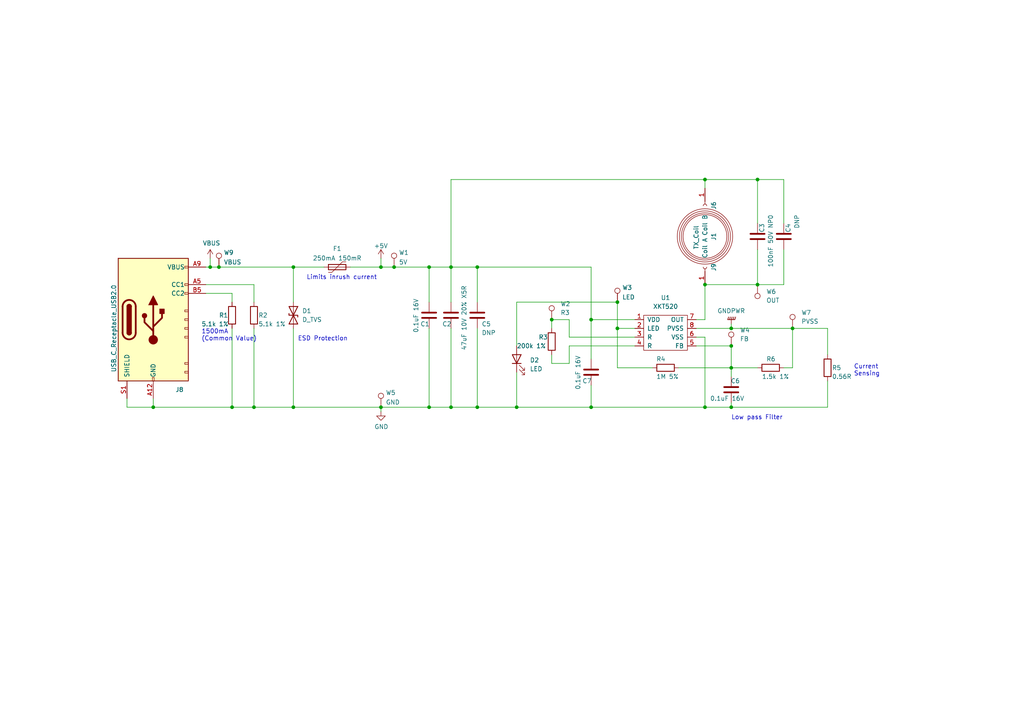
<source format=kicad_sch>
(kicad_sch (version 20211123) (generator eeschema)
  (paper "A4")
  (lib_symbols
    (symbol "Connector:Conn_01x01_Female" (pin_names (offset 1.016) hide)
      (property "Reference" "J" (at 0 2.54 0))
      (property "Value" "Conn_01x01_Female" (at 0 -2.54 0))
      (symbol "Conn_01x01_Female_1_1"
        (polyline (pts (xy -1.27 0) (xy -0.508 0)) (stroke (width 0.1524)))
        (arc (start 0 0.508) (mid -0.508 0) (end 0 -0.508) (stroke (width 0.1524)))
        (pin passive line (at -5.08 0 0) (length 3.81) (name "Pin_1") (number "1"))
      )
    )
    (symbol "Device:C" (pin_numbers hide) (pin_names (offset 0.254))
      (property "Reference" "C" (at 0.635 2.54 0))
      (property "Value" "C" (at 0.635 -2.54 0))
      (symbol "C_0_1"
        (polyline (pts (xy -2.032 -0.762) (xy 2.032 -0.762)) (stroke (width 0.508)))
        (polyline (pts (xy -2.032 0.762) (xy 2.032 0.762)) (stroke (width 0.508)))
      )
      (symbol "C_1_1"
        (pin passive line (at 0 3.81 270) (length 2.794) (name "~") (number "1"))
        (pin passive line (at 0 -3.81 90) (length 2.794) (name "~") (number "2"))
      )
    )
    (symbol "Device:D_TVS" (pin_numbers hide) (pin_names (offset 1.016) hide)
      (property "Reference" "D" (at 0 2.54 0))
      (property "Value" "D_TVS" (at 0 -2.54 0))
      (symbol "D_TVS_0_1"
        (polyline (pts (xy 1.27 0) (xy -1.27 0)))
        (polyline (pts (xy 0.508 1.27) (xy 0 1.27) (xy 0 -1.27) (xy -0.508 -1.27)) (stroke (width 0.254)))
        (polyline (pts (xy -2.54 1.27) (xy -2.54 -1.27) (xy 2.54 1.27) (xy 2.54 -1.27) (xy -2.54 1.27)) (stroke (width 0.254)))
      )
      (symbol "D_TVS_1_1"
        (pin passive line (at -3.81 0 0) (length 2.54) (name "A1") (number "1"))
        (pin passive line (at 3.81 0 180) (length 2.54) (name "A2") (number "2"))
      )
    )
    (symbol "Device:LED" (pin_numbers hide) (pin_names (offset 1.016) hide)
      (property "Reference" "D" (at 0 2.54 0))
      (property "Value" "LED" (at 0 -2.54 0))
      (symbol "LED_0_1"
        (polyline (pts (xy -1.27 -1.27) (xy -1.27 1.27)) (stroke (width 0.254)))
        (polyline (pts (xy -1.27 0) (xy 1.27 0)))
        (polyline (pts (xy 1.27 -1.27) (xy 1.27 1.27) (xy -1.27 0) (xy 1.27 -1.27)) (stroke (width 0.254)))
        (polyline (pts (xy -3.048 -0.762) (xy -4.572 -2.286) (xy -3.81 -2.286) (xy -4.572 -2.286) (xy -4.572 -1.524)))
        (polyline (pts (xy -1.778 -0.762) (xy -3.302 -2.286) (xy -2.54 -2.286) (xy -3.302 -2.286) (xy -3.302 -1.524)))
      )
      (symbol "LED_1_1"
        (pin passive line (at -3.81 0 0) (length 2.54) (name "K") (number "1"))
        (pin passive line (at 3.81 0 180) (length 2.54) (name "A") (number "2"))
      )
    )
    (symbol "Device:Polyfuse" (pin_numbers hide) (pin_names (offset 0))
      (property "Reference" "F" (at -2.54 0 90))
      (property "Value" "Polyfuse" (at 2.54 0 90))
      (symbol "Polyfuse_0_1"
        (rectangle (start -0.762 2.54) (end 0.762 -2.54) (stroke (width 0.254)))
        (polyline (pts (xy 0 2.54) (xy 0 -2.54)))
        (polyline (pts (xy -1.524 2.54) (xy -1.524 1.524) (xy 1.524 -1.524) (xy 1.524 -2.54)))
      )
      (symbol "Polyfuse_1_1"
        (pin passive line (at 0 3.81 270) (length 1.27) (name "~") (number "1"))
        (pin passive line (at 0 -3.81 90) (length 1.27) (name "~") (number "2"))
      )
    )
    (symbol "Device:R" (pin_numbers hide) (pin_names (offset 0))
      (property "Reference" "R" (at 2.032 0 90))
      (property "Value" "R" (at 0 0 90))
      (symbol "R_0_1"
        (rectangle (start -1.016 -2.54) (end 1.016 2.54) (stroke (width 0.254)))
      )
      (symbol "R_1_1"
        (pin passive line (at 0 3.81 270) (length 1.27) (name "~") (number "1"))
        (pin passive line (at 0 -3.81 90) (length 1.27) (name "~") (number "2"))
      )
    )
    (symbol "Pixels-dice:TEST_1P-conn" (pin_numbers hide) (pin_names (offset 0.762) hide)
      (property "Reference" "W" (at 0 6.858 0))
      (property "Value" "TEST_1P-conn" (at 0 5.08 0))
      (symbol "TEST_1P-conn_0_1"
        (circle (center 0 3.302) (radius 0.762))
      )
      (symbol "TEST_1P-conn_1_1"
        (pin passive line (at 0 0 90) (length 2.54) (name "1") (number "1"))
      )
    )
    (symbol "Pixels-dice:TX_Coil"
      (property "Reference" "J" (at 0 10.16 0))
      (property "Value" "TX_Coil" (at 0 -10.16 0))
      (symbol "TX_Coil_0_1"
        (circle (center 0 0) (radius 6.35))
        (circle (center 0 0) (radius 6.8392))
        (circle (center 0 0) (radius 7.4053))
        (circle (center 0 0) (radius 8.0322))
      )
    )
    (symbol "Pixels-dice:USB_C_Receptacle_USB2.0" (pin_names (offset 1.016))
      (property "Reference" "J" (at -10.16 19.05 0))
      (property "Value" "USB_C_Receptacle_USB2.0" (at 19.05 19.05 0))
      (symbol "USB_C_Receptacle_USB2.0_0_0"
        (rectangle (start -0.254 -17.78) (end 0.254 -16.764))
        (rectangle (start 10.16 -14.986) (end 9.144 -15.494))
        (rectangle (start 10.16 -12.446) (end 9.144 -12.954))
        (rectangle (start 10.16 -4.826) (end 9.144 -5.334))
        (rectangle (start 10.16 -2.286) (end 9.144 -2.794))
        (rectangle (start 10.16 0.254) (end 9.144 -0.254))
        (rectangle (start 10.16 2.794) (end 9.144 2.286))
        (rectangle (start 10.16 7.874) (end 9.144 7.366))
        (rectangle (start 10.16 10.414) (end 9.144 9.906))
        (rectangle (start 10.16 15.494) (end 9.144 14.986))
      )
      (symbol "USB_C_Receptacle_USB2.0_0_1"
        (rectangle (start -10.16 17.78) (end 10.16 -17.78) (stroke (width 0.254)) (fill (type background)))
        (arc (start -8.89 -3.81) (mid -6.985 -5.715) (end -5.08 -3.81) (stroke (width 0.508)))
        (arc (start -7.62 -3.81) (mid -6.985 -4.445) (end -6.35 -3.81) (stroke (width 0.254)))
        (arc (start -7.62 -3.81) (mid -6.985 -4.445) (end -6.35 -3.81) (stroke (width 0.254)) (fill (type outline)))
        (rectangle (start -7.62 -3.81) (end -6.35 3.81) (stroke (width 0.254)) (fill (type outline)))
        (arc (start -6.35 3.81) (mid -6.985 4.445) (end -7.62 3.81) (stroke (width 0.254)))
        (arc (start -6.35 3.81) (mid -6.985 4.445) (end -7.62 3.81) (stroke (width 0.254)) (fill (type outline)))
        (arc (start -5.08 3.81) (mid -6.985 5.715) (end -8.89 3.81) (stroke (width 0.508)))
        (circle (center -2.54 1.143) (radius 0.635) (stroke (width 0.254)) (fill (type outline)))
        (circle (center 0 -5.842) (radius 1.27) (fill (type outline)))
        (polyline (pts (xy -8.89 -3.81) (xy -8.89 3.81)) (stroke (width 0.508)))
        (polyline (pts (xy -5.08 3.81) (xy -5.08 -3.81)) (stroke (width 0.508)))
        (polyline (pts (xy 0 -5.842) (xy 0 4.318)) (stroke (width 0.508)))
        (polyline (pts (xy 0 -3.302) (xy -2.54 -0.762) (xy -2.54 0.508)) (stroke (width 0.508)))
        (polyline (pts (xy 0 -2.032) (xy 2.54 0.508) (xy 2.54 1.778)) (stroke (width 0.508)))
        (polyline (pts (xy -1.27 4.318) (xy 0 6.858) (xy 1.27 4.318) (xy -1.27 4.318)) (stroke (width 0.254)) (fill (type outline)))
        (rectangle (start 1.905 1.778) (end 3.175 3.048) (stroke (width 0.254)) (fill (type outline)))
      )
      (symbol "USB_C_Receptacle_USB2.0_1_1"
        (pin passive line (at 0 -22.86 90) (length 5.08) (name "GND") (number "A12"))
        (pin bidirectional line (at 15.24 10.16 180) (length 5.08) (name "CC1") (number "A5"))
        (pin passive line (at 15.24 15.24 180) (length 5.08) (name "VBUS") (number "A9"))
        (pin passive line (at 0 -22.86 90) (length 5.08) hide (name "GND") (number "B12"))
        (pin bidirectional line (at 15.24 7.62 180) (length 5.08) (name "CC2") (number "B5"))
        (pin passive line (at 15.24 15.24 180) (length 5.08) hide (name "VBUS") (number "B9"))
        (pin passive line (at -7.62 -22.86 90) (length 5.08) (name "SHIELD") (number "S1"))
      )
    )
    (symbol "Pixels-dice:XKT520" (pin_names (offset 1.016))
      (property "Reference" "U" (at 0 6.35 0))
      (property "Value" "XKT520" (at 0 -6.35 0))
      (symbol "XKT520_0_1"
        (rectangle (start -6.35 5.08) (end 6.35 -5.08))
      )
      (symbol "XKT520_1_1"
        (pin power_in line (at -8.89 3.81 0) (length 2.54) (name "VDD") (number "1"))
        (pin output line (at -8.89 1.27 0) (length 2.54) (name "LED") (number "2"))
        (pin passive line (at -8.89 -1.27 0) (length 2.54) (name "R") (number "3"))
        (pin passive line (at -8.89 -3.81 0) (length 2.54) (name "R") (number "4"))
        (pin input line (at 8.89 -3.81 180) (length 2.54) (name "FB") (number "5"))
        (pin power_in line (at 8.89 -1.27 180) (length 2.54) (name "VSS") (number "6"))
        (pin output line (at 8.89 3.81 180) (length 2.54) (name "OUT") (number "7"))
        (pin output line (at 8.89 1.27 180) (length 2.54) (name "PVSS") (number "8"))
      )
    )
    (symbol "power:+5V" (power) (pin_names (offset 0))
      (property "Value" "+5V" (at 0 3.556 0))
      (symbol "+5V_0_1"
        (polyline (pts (xy -0.762 1.27) (xy 0 2.54)))
        (polyline (pts (xy 0 0) (xy 0 2.54)))
        (polyline (pts (xy 0 2.54) (xy 0.762 1.27)))
      )
      (symbol "+5V_1_1"
        (pin power_in line (at 0 0 90) (length 0) hide (name "+5V") (number "1"))
      )
    )
    (symbol "power:GND" (power) (pin_names (offset 0))
      (property "Value" "GND" (at 0 -3.81 0))
      (symbol "GND_0_1"
        (polyline (pts (xy 0 0) (xy 0 -1.27) (xy 1.27 -1.27) (xy 0 -2.54) (xy -1.27 -1.27) (xy 0 -1.27)))
      )
      (symbol "GND_1_1"
        (pin power_in line (at 0 0 270) (length 0) hide (name "GND") (number "1"))
      )
    )
    (symbol "power:GNDPWR" (power) (pin_names (offset 0))
      (property "Value" "GNDPWR" (at 0 -3.302 0))
      (symbol "GNDPWR_0_1"
        (polyline (pts (xy 0 -1.27) (xy 0 0)))
        (polyline (pts (xy -1.016 -1.27) (xy -1.27 -2.032) (xy -1.27 -2.032)) (stroke (width 0.2032)))
        (polyline (pts (xy -0.508 -1.27) (xy -0.762 -2.032) (xy -0.762 -2.032)) (stroke (width 0.2032)))
        (polyline (pts (xy 0 -1.27) (xy -0.254 -2.032) (xy -0.254 -2.032)) (stroke (width 0.2032)))
        (polyline (pts (xy 0.508 -1.27) (xy 0.254 -2.032) (xy 0.254 -2.032)) (stroke (width 0.2032)))
        (polyline (pts (xy 1.016 -1.27) (xy -1.016 -1.27) (xy -1.016 -1.27)) (stroke (width 0.2032)))
        (polyline (pts (xy 1.016 -1.27) (xy 0.762 -2.032) (xy 0.762 -2.032) (xy 0.762 -2.032)) (stroke (width 0.2032)))
      )
      (symbol "GNDPWR_1_1"
        (pin power_in line (at 0 0 270) (length 0) hide (name "GNDPWR") (number "1"))
      )
    )
    (symbol "power:VBUS" (power) (pin_names (offset 0))
      (property "Value" "VBUS" (at 0 3.81 0))
      (symbol "VBUS_0_1"
        (polyline (pts (xy -0.762 1.27) (xy 0 2.54)))
        (polyline (pts (xy 0 0) (xy 0 2.54)))
        (polyline (pts (xy 0 2.54) (xy 0.762 1.27)))
      )
      (symbol "VBUS_1_1"
        (pin power_in line (at 0 0 90) (length 0) hide (name "VBUS") (number "1"))
      )
    )
  )
  (junction (at 171.45 92.71))
  (junction (at 204.47 52.07))
  (junction (at 110.49 77.47))
  (junction (at 171.45 118.11))
  (junction (at 130.81 77.47))
  (junction (at 212.09 100.33))
  (junction (at 138.43 77.47))
  (junction (at 219.71 82.55))
  (junction (at 130.81 118.11))
  (junction (at 110.49 118.11))
  (junction (at 124.46 118.11))
  (junction (at 44.45 118.11))
  (junction (at 73.66 118.11))
  (junction (at 67.31 118.11))
  (junction (at 212.09 106.68))
  (junction (at 149.86 118.11))
  (junction (at 85.09 118.11))
  (junction (at 60.96 77.47))
  (junction (at 219.71 52.07))
  (junction (at 114.3 77.47))
  (junction (at 63.5 77.47))
  (junction (at 138.43 118.11))
  (junction (at 212.09 118.11))
  (junction (at 204.47 82.55))
  (junction (at 124.46 77.47))
  (junction (at 229.87 95.25))
  (junction (at 179.07 95.25))
  (junction (at 212.09 95.25))
  (junction (at 179.07 87.63))
  (junction (at 204.47 118.11))
  (junction (at 85.09 77.47))
  (junction (at 160.02 92.71))
  (wire (pts (xy 165.1 92.71) (xy 160.02 92.71)))
  (wire (pts (xy 227.33 106.68) (xy 229.87 106.68)))
  (wire (pts (xy 212.09 93.98) (xy 212.09 95.25)))
  (wire (pts (xy 165.1 105.41) (xy 160.02 105.41)))
  (wire (pts (xy 204.47 54.61) (xy 204.47 52.07)))
  (wire (pts (xy 219.71 82.55) (xy 204.47 82.55)))
  (wire (pts (xy 212.09 106.68) (xy 212.09 109.22)))
  (wire (pts (xy 179.07 106.68) (xy 189.23 106.68)))
  (wire (pts (xy 204.47 92.71) (xy 201.93 92.71)))
  (wire (pts (xy 212.09 95.25) (xy 229.87 95.25)))
  (wire (pts (xy 212.09 106.68) (xy 219.71 106.68)))
  (wire (pts (xy 165.1 92.71) (xy 165.1 97.79)))
  (wire (pts (xy 212.09 100.33) (xy 201.93 100.33)))
  (wire (pts (xy 196.85 106.68) (xy 212.09 106.68)))
  (wire (pts (xy 179.07 95.25) (xy 179.07 87.63)))
  (wire (pts (xy 73.66 118.11) (xy 85.09 118.11)))
  (wire (pts (xy 67.31 118.11) (xy 73.66 118.11)))
  (wire (pts (xy 130.81 52.07) (xy 204.47 52.07)))
  (wire (pts (xy 149.86 118.11) (xy 171.45 118.11)))
  (wire (pts (xy 130.81 77.47) (xy 138.43 77.47)))
  (wire (pts (xy 138.43 77.47) (xy 171.45 77.47)))
  (wire (pts (xy 219.71 72.39) (xy 219.71 82.55)))
  (wire (pts (xy 219.71 52.07) (xy 204.47 52.07)))
  (wire (pts (xy 110.49 118.11) (xy 110.49 119.38)))
  (wire (pts (xy 110.49 118.11) (xy 124.46 118.11)))
  (wire (pts (xy 165.1 105.41) (xy 165.1 100.33)))
  (wire (pts (xy 219.71 52.07) (xy 219.71 64.77)))
  (wire (pts (xy 85.09 95.25) (xy 85.09 118.11)))
  (wire (pts (xy 60.96 74.93) (xy 60.96 77.47)))
  (wire (pts (xy 85.09 77.47) (xy 85.09 87.63)))
  (wire (pts (xy 130.81 77.47) (xy 130.81 87.63)))
  (wire (pts (xy 138.43 118.11) (xy 149.86 118.11)))
  (wire (pts (xy 229.87 95.25) (xy 240.03 95.25)))
  (wire (pts (xy 204.47 97.79) (xy 204.47 118.11)))
  (wire (pts (xy 36.83 115.57) (xy 36.83 118.11)))
  (wire (pts (xy 130.81 52.07) (xy 130.81 77.47)))
  (wire (pts (xy 85.09 77.47) (xy 93.98 77.47)))
  (wire (pts (xy 204.47 82.55) (xy 204.47 92.71)))
  (wire (pts (xy 240.03 118.11) (xy 212.09 118.11)))
  (wire (pts (xy 85.09 118.11) (xy 110.49 118.11)))
  (wire (pts (xy 171.45 92.71) (xy 171.45 104.14)))
  (wire (pts (xy 227.33 72.39) (xy 227.33 82.55)))
  (wire (pts (xy 73.66 95.25) (xy 73.66 118.11)))
  (wire (pts (xy 67.31 85.09) (xy 67.31 87.63)))
  (wire (pts (xy 227.33 82.55) (xy 219.71 82.55)))
  (wire (pts (xy 227.33 52.07) (xy 219.71 52.07)))
  (wire (pts (xy 44.45 118.11) (xy 67.31 118.11)))
  (wire (pts (xy 212.09 106.68) (xy 212.09 100.33)))
  (wire (pts (xy 179.07 95.25) (xy 184.15 95.25)))
  (wire (pts (xy 124.46 95.25) (xy 124.46 118.11)))
  (wire (pts (xy 138.43 95.25) (xy 138.43 118.11)))
  (wire (pts (xy 124.46 77.47) (xy 130.81 77.47)))
  (wire (pts (xy 171.45 77.47) (xy 171.45 92.71)))
  (wire (pts (xy 130.81 95.25) (xy 130.81 118.11)))
  (wire (pts (xy 229.87 106.68) (xy 229.87 95.25)))
  (wire (pts (xy 149.86 107.95) (xy 149.86 118.11)))
  (wire (pts (xy 160.02 105.41) (xy 160.02 102.87)))
  (wire (pts (xy 110.49 74.93) (xy 110.49 77.47)))
  (wire (pts (xy 171.45 92.71) (xy 184.15 92.71)))
  (wire (pts (xy 227.33 64.77) (xy 227.33 52.07)))
  (wire (pts (xy 171.45 111.76) (xy 171.45 118.11)))
  (wire (pts (xy 160.02 92.71) (xy 160.02 95.25)))
  (wire (pts (xy 138.43 77.47) (xy 138.43 87.63)))
  (wire (pts (xy 149.86 87.63) (xy 149.86 100.33)))
  (wire (pts (xy 240.03 95.25) (xy 240.03 102.87)))
  (wire (pts (xy 114.3 77.47) (xy 124.46 77.47)))
  (wire (pts (xy 101.6 77.47) (xy 110.49 77.47)))
  (wire (pts (xy 36.83 118.11) (xy 44.45 118.11)))
  (wire (pts (xy 59.69 85.09) (xy 67.31 85.09)))
  (wire (pts (xy 73.66 82.55) (xy 73.66 87.63)))
  (wire (pts (xy 59.69 82.55) (xy 73.66 82.55)))
  (wire (pts (xy 165.1 100.33) (xy 184.15 100.33)))
  (wire (pts (xy 201.93 95.25) (xy 212.09 95.25)))
  (wire (pts (xy 240.03 110.49) (xy 240.03 118.11)))
  (wire (pts (xy 130.81 118.11) (xy 138.43 118.11)))
  (wire (pts (xy 59.69 77.47) (xy 60.96 77.47)))
  (wire (pts (xy 44.45 115.57) (xy 44.45 118.11)))
  (wire (pts (xy 110.49 77.47) (xy 114.3 77.47)))
  (wire (pts (xy 179.07 95.25) (xy 179.07 106.68)))
  (wire (pts (xy 124.46 87.63) (xy 124.46 77.47)))
  (wire (pts (xy 204.47 97.79) (xy 201.93 97.79)))
  (wire (pts (xy 204.47 118.11) (xy 212.09 118.11)))
  (wire (pts (xy 149.86 87.63) (xy 179.07 87.63)))
  (wire (pts (xy 60.96 77.47) (xy 63.5 77.47)))
  (wire (pts (xy 67.31 95.25) (xy 67.31 118.11)))
  (wire (pts (xy 212.09 116.84) (xy 212.09 118.11)))
  (wire (pts (xy 63.5 77.47) (xy 85.09 77.47)))
  (wire (pts (xy 171.45 118.11) (xy 204.47 118.11)))
  (wire (pts (xy 165.1 97.79) (xy 184.15 97.79)))
  (wire (pts (xy 124.46 118.11) (xy 130.81 118.11)))
  (text "ESD Protection" (at 86.36 99.06 0) (effects (font (size 1.27 1.27)) (justify left bottom)))
  (text "Current\nSensing" (at 247.65 109.22 0) (effects (font (size 1.27 1.27)) (justify left bottom)))
  (text "Low pass Filter" (at 212.09 121.92 0) (effects (font (size 1.27 1.27)) (justify left bottom)))
  (text "Limits inrush current" (at 88.9 81.28 0) (effects (font (size 1.27 1.27)) (justify left bottom)))
  (text "1500mA\n(Common Value)" (at 58.42 99.06 0) (effects (font (size 1.27 1.27)) (justify left bottom)))
  (symbol (lib_id "Pixels-dice:USB_C_Receptacle_USB2.0") (at 44.45 92.71 0) (unit 1)
    (property "Reference" "J8" (at 52.07 113.03 0))
    (property "Value" "USB_C_Receptacle_USB2.0" (at 33.02 95.25 90))
    (property "Footprint" "Pixels-dice:USB-C-SMD_10P-P1.00-L6.8-W8.9" (effects hide))
    (property "Datasheet" "https://www.usb.org/sites/default/files/documents/usb_type-c.zip" (effects hide))
    (property "LCSC Part Number" "C283540" (effects hide))
    (property "Part Number" "TYPE-C-31-M-17" (effects hide))
    (property "Manufacturer" "Korean Hroparts Elec" (effects hide))
    (property "Pixels Part Number" "SMD-J108" (effects hide))
  )
  (symbol (lib_id "Device:C") (at 227.33 68.58 0) (mirror x) (unit 1)
    (property "Reference" "C4" (at 228.6 64.77 90) (effects (justify left)))
    (property "Value" "DNP" (at 231.14 62.23 90) (effects (justify left)))
    (property "Footprint" "Capacitor_SMD:C_1206_3216Metric" (effects hide))
  )
  (symbol (lib_id "Device:R") (at 73.66 91.44 180) (unit 1)
    (property "Reference" "R2" (at 74.93 91.44 0) (effects (justify right)))
    (property "Value" "5.1k 1%" (at 74.93 93.98 0) (effects (justify right)))
    (property "Footprint" "Resistor_SMD:R_0402_1005Metric" (effects hide))
    (property "LCSC Part Number" "C25905" (effects hide))
    (property "Part Number" "0402WGF5101TCE" (effects hide))
    (property "Manufacturer" "UNI-ROYAL(Uniroyal Elec)" (effects hide))
    (property "Pixels Part Number" "SMD-R101" (effects hide))
  )
  (symbol (lib_id "Device:C") (at 130.81 91.44 0) (unit 1)
    (property "Reference" "C2" (at 128.27 93.98 0) (effects (justify left)))
    (property "Value" "47uF 10V 20% X5R" (at 134.62 101.6 90) (effects (justify left)))
    (property "Footprint" "Capacitor_SMD:C_1206_3216Metric" (effects hide))
    (property "LCSC Part Number" "C312983" (effects hide))
    (property "Part Number" "GRM31CR61A107ME05L" (effects hide))
    (property "Manufacturer" "Murata" (effects hide))
    (property "Pixels Part Number" "SMD-C102" (effects hide))
  )
  (symbol (lib_id "Device:C") (at 124.46 91.44 0) (unit 1)
    (property "Reference" "C1" (at 121.92 93.98 0) (effects (justify left)))
    (property "Value" "0.1uF 16V" (at 120.65 96.52 90) (effects (justify left)))
    (property "Footprint" "Capacitor_SMD:C_0603_1608Metric" (effects hide))
    (property "LCSC Part Number" "C66501" (effects hide))
    (property "Part Number" "CL10B104KO8NNNC" (effects hide))
    (property "Manufacturer" "Samsung Electro-Mechanics" (effects hide))
    (property "Pixels Part Number" "SMD-C101" (effects hide))
  )
  (symbol (lib_id "Connector:Conn_01x01_Female") (at 204.47 77.47 270) (mirror x) (unit 1)
    (property "Reference" "J9" (at 207.01 78.74 0) (effects (justify left)))
    (property "Value" "Coil A" (at 204.47 74.93 0) (effects (justify left)))
    (property "Footprint" "TestPoint:TestPoint_THTPad_D2.0mm_Drill1.0mm" (effects hide))
  )
  (symbol (lib_id "Connector:Conn_01x01_Female") (at 204.47 59.69 90) (mirror x) (unit 1)
    (property "Reference" "J6" (at 207.01 58.42 0) (effects (justify left)))
    (property "Value" "Coil B" (at 204.47 62.23 0) (effects (justify left)))
    (property "Footprint" "TestPoint:TestPoint_THTPad_D2.0mm_Drill1.0mm" (effects hide))
  )
  (symbol (lib_id "Device:R") (at 67.31 91.44 180) (unit 1)
    (property "Reference" "R1" (at 63.5 91.44 0) (effects (justify right)))
    (property "Value" "5.1k 1%" (at 58.42 93.98 0) (effects (justify right)))
    (property "Footprint" "Resistor_SMD:R_0402_1005Metric" (effects hide))
    (property "LCSC Part Number" "C25905" (effects hide))
    (property "Part Number" "0402WGF5101TCE" (effects hide))
    (property "Manufacturer" "UNI-ROYAL(Uniroyal Elec)" (effects hide))
    (property "Pixels Part Number" "SMD-R101" (effects hide))
  )
  (symbol (lib_id "power:VBUS") (at 60.96 74.93 0) (unit 1)
    (property "Reference" "#PWR01" (effects hide))
    (property "Value" "VBUS" (at 61.341 70.5358 0))
  )
  (symbol (lib_id "Pixels-dice:TEST_1P-conn") (at 229.87 95.25 0) (unit 1)
    (property "Reference" "W7" (at 232.41 90.6779 0) (effects (justify left)))
    (property "Value" "PVSS" (at 232.41 93.2179 0) (effects (justify left)))
    (property "Footprint" "Pixels-dice:TEST_PIN" (effects hide))
  )
  (symbol (lib_id "Pixels-dice:TEST_1P-conn") (at 212.09 100.33 0) (unit 1)
    (property "Reference" "W4" (at 214.63 95.7579 0) (effects (justify left)))
    (property "Value" "FB" (at 214.63 98.2979 0) (effects (justify left)))
    (property "Footprint" "Pixels-dice:TEST_PIN" (effects hide))
  )
  (symbol (lib_id "Pixels-dice:TEST_1P-conn") (at 160.02 92.71 0) (unit 1)
    (property "Reference" "W2" (at 162.56 88.1379 0) (effects (justify left)))
    (property "Value" "R3" (at 162.56 90.6779 0) (effects (justify left)))
    (property "Footprint" "Pixels-dice:TEST_PIN" (effects hide))
  )
  (symbol (lib_id "Device:LED") (at 149.86 104.14 90) (unit 1)
    (property "Reference" "D2" (at 153.67 104.4574 90) (effects (justify right)))
    (property "Value" "LED" (at 153.67 106.9974 90) (effects (justify right)))
    (property "Footprint" "LED_SMD:LED_0603_1608Metric" (effects hide))
    (property "LCSC Part Number" "C125099" (effects hide))
    (property "Manufacturer" "Lite-On" (effects hide))
    (property "Part Number" "LTST-C191KRKT" (effects hide))
  )
  (symbol (lib_id "Device:C") (at 219.71 68.58 0) (mirror x) (unit 1)
    (property "Reference" "C3" (at 220.98 64.77 90) (effects (justify left)))
    (property "Value" "100nF 50V NP0" (at 223.52 62.23 90) (effects (justify left)))
    (property "Footprint" "Capacitor_SMD:C_1206_3216Metric" (effects hide))
    (property "LCSC Part Number" "C21812" (effects hide))
    (property "Part Number" "GRM31C5C1H104JA01L" (effects hide))
    (property "Manufacturer" "Murata" (effects hide))
    (property "Pixels Part Number" "SMD-C103" (effects hide))
  )
  (symbol (lib_id "power:GNDPWR") (at 212.09 93.98 180) (unit 1)
    (property "Reference" "#PWR02" (effects hide))
    (property "Value" "GNDPWR" (at 212.09 90.17 0))
  )
  (symbol (lib_id "Pixels-dice:TEST_1P-conn") (at 110.49 118.11 0) (unit 1)
    (property "Reference" "W5" (at 111.887 113.8995 0) (effects (justify left)))
    (property "Value" "GND" (at 111.887 116.6746 0) (effects (justify left)))
    (property "Footprint" "Pixels-dice:TEST_PIN" (effects hide))
  )
  (symbol (lib_id "power:GND") (at 110.49 119.38 0) (unit 1)
    (property "Reference" "#PWR03" (effects hide))
    (property "Value" "GND" (at 110.617 123.7742 0))
  )
  (symbol (lib_id "Pixels-dice:TEST_1P-conn") (at 179.07 87.63 0) (unit 1)
    (property "Reference" "W3" (at 180.467 83.4195 0) (effects (justify left)))
    (property "Value" "LED" (at 180.467 86.1946 0) (effects (justify left)))
    (property "Footprint" "Pixels-dice:TEST_PIN" (effects hide))
  )
  (symbol (lib_id "Pixels-dice:TEST_1P-conn") (at 114.3 77.47 0) (unit 1)
    (property "Reference" "W1" (at 115.697 73.2595 0) (effects (justify left)))
    (property "Value" "5V" (at 115.697 76.0346 0) (effects (justify left)))
    (property "Footprint" "Pixels-dice:TEST_PIN" (effects hide))
  )
  (symbol (lib_id "Pixels-dice:TEST_1P-conn") (at 219.71 82.55 180) (unit 1)
    (property "Reference" "W6" (at 222.25 84.5819 0) (effects (justify right)))
    (property "Value" "OUT" (at 222.25 87.1219 0) (effects (justify right)))
    (property "Footprint" "Pixels-dice:TEST_PIN" (effects hide))
  )
  (symbol (lib_id "Device:R") (at 223.52 106.68 90) (unit 1)
    (property "Reference" "R6" (at 222.25 104.14 90) (effects (justify right)))
    (property "Value" "1.5k 1%" (at 220.98 109.22 90) (effects (justify right)))
    (property "Footprint" "Resistor_SMD:R_0402_1005Metric" (effects hide))
    (property "LCSC Part Number" "C25543" (effects hide))
    (property "Part Number" "0402WGJ0102TCE" (effects hide))
    (property "Manufacturer" "UNI-ROYAL(Uniroyal Elec)" (effects hide))
  )
  (symbol (lib_id "Device:C") (at 212.09 113.03 180) (unit 1)
    (property "Reference" "C6" (at 214.63 110.49 0) (effects (justify left)))
    (property "Value" "0.1uF 16V" (at 215.9 115.57 0) (effects (justify left)))
    (property "Footprint" "Capacitor_SMD:C_0603_1608Metric" (effects hide))
    (property "LCSC Part Number" "C66501" (effects hide))
    (property "Part Number" "CL10B104KO8NNNC" (effects hide))
    (property "Manufacturer" "Samsung Electro-Mechanics" (effects hide))
    (property "Pixels Part Number" "SMD-C101" (effects hide))
  )
  (symbol (lib_id "Pixels-dice:XKT520") (at 193.04 96.52 0) (unit 1)
    (property "Reference" "U1" (at 193.04 86.36 0))
    (property "Value" "XKT520" (at 193.04 88.9 0))
    (property "Footprint" "Pixels-dice:SOIC-8_3.9x4.9mm_P1.27mm" (effects hide))
  )
  (symbol (lib_id "Device:D_TVS") (at 85.09 91.44 270) (unit 1)
    (property "Reference" "D1" (at 87.63 90.1699 90) (effects (justify left)))
    (property "Value" "D_TVS" (at 87.63 92.7099 90) (effects (justify left)))
    (property "Footprint" "Pixels-dice:DFN" (effects hide))
    (property "Manufacturer" "Murata" (effects hide))
    (property "Part Number" "LXES1UTAA1-157" (effects hide))
    (property "LCSC Part Number" "C5210979" (effects hide))
  )
  (symbol (lib_id "Device:C") (at 138.43 91.44 0) (unit 1)
    (property "Reference" "C5" (at 139.7 93.98 0) (effects (justify left)))
    (property "Value" "DNP" (at 139.7 96.52 0) (effects (justify left)))
    (property "Footprint" "Capacitor_SMD:C_1206_3216Metric" (effects hide))
  )
  (symbol (lib_id "power:+5V") (at 110.49 74.93 0) (unit 1)
    (property "Reference" "#PWR04" (effects hide))
    (property "Value" "+5V" (at 110.49 71.3255 0))
  )
  (symbol (lib_id "Device:R") (at 160.02 99.06 180) (unit 1)
    (property "Reference" "R3" (at 156.21 97.79 0) (effects (justify right)))
    (property "Value" "200k 1%" (at 149.86 100.33 0) (effects (justify right)))
    (property "Footprint" "Resistor_SMD:R_0402_1005Metric" (effects hide))
    (property "Manufacturer" "UNI-ROYAL(Uniroyal Elec)" (effects hide))
  )
  (symbol (lib_id "Pixels-dice:TX_Coil") (at 204.47 68.58 0) (unit 1)
    (property "Reference" "J1" (at 207.01 69.85 90) (effects (justify left)))
    (property "Value" "TX_Coil" (at 201.93 72.39 90) (effects (justify left)))
    (property "Footprint" "Pixels-dice:TX Coil" (effects hide))
    (property "Pixels Part Number" "THT-TXCOIL-1" (effects hide))
  )
  (symbol (lib_id "Device:R") (at 240.03 106.68 180) (unit 1)
    (property "Reference" "R5" (at 241.3 106.68 0) (effects (justify right)))
    (property "Value" "0.56R" (at 241.3 109.22 0) (effects (justify right)))
    (property "Footprint" "Resistor_SMD:R_1206_3216Metric" (effects hide))
    (property "Manufacturer" "YAGEO" (effects hide))
  )
  (symbol (lib_id "Device:R") (at 193.04 106.68 270) (unit 1)
    (property "Reference" "R4" (at 193.04 104.14 90) (effects (justify right)))
    (property "Value" "1M 5%" (at 196.85 109.22 90) (effects (justify right)))
    (property "Footprint" "Resistor_SMD:R_0402_1005Metric" (effects hide))
    (property "Manufacturer" "UNI-ROYAL(Uniroyal Elec)" (effects hide))
  )
  (symbol (lib_id "Device:C") (at 171.45 107.95 0) (unit 1)
    (property "Reference" "C7" (at 168.91 110.49 0) (effects (justify left)))
    (property "Value" "0.1uF 16V" (at 167.64 113.03 90) (effects (justify left)))
    (property "Footprint" "Capacitor_SMD:C_0603_1608Metric" (effects hide))
    (property "LCSC Part Number" "C66501" (effects hide))
    (property "Part Number" "CL10B104KO8NNNC" (effects hide))
    (property "Manufacturer" "Samsung Electro-Mechanics" (effects hide))
    (property "Pixels Part Number" "SMD-C101" (effects hide))
  )
  (symbol (lib_id "Pixels-dice:TEST_1P-conn") (at 63.5 77.47 0) (unit 1)
    (property "Reference" "W9" (at 64.897 73.2595 0) (effects (justify left)))
    (property "Value" "VBUS" (at 64.897 76.0346 0) (effects (justify left)))
    (property "Footprint" "Pixels-dice:TEST_PIN" (effects hide))
  )
  (symbol (lib_id "Device:Polyfuse") (at 97.79 77.47 90) (unit 1)
    (property "Reference" "F1" (at 97.79 72.1065 90))
    (property "Value" "250mA 150mR" (at 97.79 74.8816 90))
    (property "Footprint" "Fuse:Fuse_1206_3216Metric" (effects hide))
    (property "Manufacturer" "BHFUSE" (effects hide))
    (property "Part Number" "BSMD1206-025-33V" (effects hide))
    (property "LCSC Part Number" "C2977524" (effects hide))
  )
)
</source>
